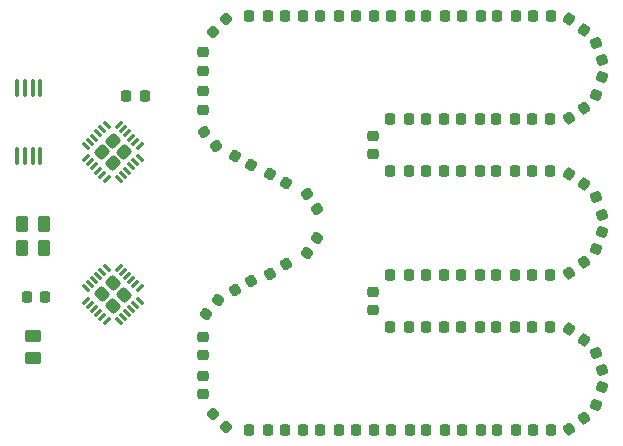
<source format=gtp>
G04 #@! TF.GenerationSoftware,KiCad,Pcbnew,8.0.1*
G04 #@! TF.CreationDate,2024-04-18T14:37:45+01:00*
G04 #@! TF.ProjectId,makerspace-badge,6d616b65-7273-4706-9163-652d62616467,rev?*
G04 #@! TF.SameCoordinates,Original*
G04 #@! TF.FileFunction,Paste,Top*
G04 #@! TF.FilePolarity,Positive*
%FSLAX46Y46*%
G04 Gerber Fmt 4.6, Leading zero omitted, Abs format (unit mm)*
G04 Created by KiCad (PCBNEW 8.0.1) date 2024-04-18 14:37:45*
%MOMM*%
%LPD*%
G01*
G04 APERTURE LIST*
G04 Aperture macros list*
%AMRoundRect*
0 Rectangle with rounded corners*
0 $1 Rounding radius*
0 $2 $3 $4 $5 $6 $7 $8 $9 X,Y pos of 4 corners*
0 Add a 4 corners polygon primitive as box body*
4,1,4,$2,$3,$4,$5,$6,$7,$8,$9,$2,$3,0*
0 Add four circle primitives for the rounded corners*
1,1,$1+$1,$2,$3*
1,1,$1+$1,$4,$5*
1,1,$1+$1,$6,$7*
1,1,$1+$1,$8,$9*
0 Add four rect primitives between the rounded corners*
20,1,$1+$1,$2,$3,$4,$5,0*
20,1,$1+$1,$4,$5,$6,$7,0*
20,1,$1+$1,$6,$7,$8,$9,0*
20,1,$1+$1,$8,$9,$2,$3,0*%
G04 Aperture macros list end*
%ADD10RoundRect,0.218750X0.317568X0.112544X-0.061318X0.331294X-0.317568X-0.112544X0.061318X-0.331294X0*%
%ADD11RoundRect,0.218750X0.218750X0.256250X-0.218750X0.256250X-0.218750X-0.256250X0.218750X-0.256250X0*%
%ADD12RoundRect,0.218750X-0.218750X-0.256250X0.218750X-0.256250X0.218750X0.256250X-0.218750X0.256250X0*%
%ADD13RoundRect,0.250000X0.403051X-0.014142X-0.014142X0.403051X-0.403051X0.014142X0.014142X-0.403051X0*%
%ADD14RoundRect,0.062500X0.282843X-0.194454X-0.194454X0.282843X-0.282843X0.194454X0.194454X-0.282843X0*%
%ADD15RoundRect,0.062500X0.282843X0.194454X0.194454X0.282843X-0.282843X-0.194454X-0.194454X-0.282843X0*%
%ADD16RoundRect,0.218750X0.315613X-0.117915X0.165979X0.293200X-0.315613X0.117915X-0.165979X-0.293200X0*%
%ADD17RoundRect,0.218750X0.256250X-0.218750X0.256250X0.218750X-0.256250X0.218750X-0.256250X-0.218750X0*%
%ADD18RoundRect,0.218750X-0.165979X0.293200X-0.315613X-0.117915X0.165979X-0.293200X0.315613X0.117915X0*%
%ADD19RoundRect,0.250000X-0.262500X-0.450000X0.262500X-0.450000X0.262500X0.450000X-0.262500X0.450000X0*%
%ADD20RoundRect,0.218750X-0.335378X0.032211X-0.084438X-0.326168X0.335378X-0.032211X0.084438X0.326168X0*%
%ADD21RoundRect,0.218750X0.336909X-0.002858X0.055689X0.332287X-0.336909X0.002858X-0.055689X-0.332287X0*%
%ADD22RoundRect,0.100000X-0.100000X0.637500X-0.100000X-0.637500X0.100000X-0.637500X0.100000X0.637500X0*%
%ADD23RoundRect,0.225000X-0.225000X-0.250000X0.225000X-0.250000X0.225000X0.250000X-0.225000X0.250000X0*%
%ADD24RoundRect,0.218750X-0.256250X0.218750X-0.256250X-0.218750X0.256250X-0.218750X0.256250X0.218750X0*%
%ADD25RoundRect,0.218750X-0.326168X-0.084438X0.032211X-0.335378X0.326168X0.084438X-0.032211X0.335378X0*%
%ADD26RoundRect,0.250000X0.450000X-0.262500X0.450000X0.262500X-0.450000X0.262500X-0.450000X-0.262500X0*%
%ADD27RoundRect,0.218750X-0.061318X-0.331294X0.317568X-0.112544X0.061318X0.331294X-0.317568X0.112544X0*%
%ADD28RoundRect,0.218750X-0.026517X0.335876X-0.335876X0.026517X0.026517X-0.335876X0.335876X-0.026517X0*%
%ADD29RoundRect,0.225000X0.225000X0.250000X-0.225000X0.250000X-0.225000X-0.250000X0.225000X-0.250000X0*%
%ADD30RoundRect,0.218750X0.061318X0.331294X-0.317568X0.112544X-0.061318X-0.331294X0.317568X-0.112544X0*%
%ADD31RoundRect,0.218750X0.084438X-0.326168X0.335378X0.032211X-0.084438X0.326168X-0.335378X-0.032211X0*%
%ADD32RoundRect,0.218750X-0.032211X-0.335378X0.326168X-0.084438X0.032211X0.335378X-0.326168X0.084438X0*%
%ADD33RoundRect,0.250000X-0.014142X-0.403051X0.403051X0.014142X0.014142X0.403051X-0.403051X-0.014142X0*%
%ADD34RoundRect,0.062500X-0.194454X-0.282843X0.282843X0.194454X0.194454X0.282843X-0.282843X-0.194454X0*%
%ADD35RoundRect,0.062500X0.194454X-0.282843X0.282843X-0.194454X-0.194454X0.282843X-0.282843X0.194454X0*%
%ADD36RoundRect,0.218750X-0.317568X-0.112544X0.061318X-0.331294X0.317568X0.112544X-0.061318X0.331294X0*%
%ADD37RoundRect,0.218750X-0.055689X0.332287X-0.336909X-0.002858X0.055689X-0.332287X0.336909X0.002858X0*%
%ADD38RoundRect,0.218750X0.335876X0.026517X0.026517X0.335876X-0.335876X-0.026517X-0.026517X-0.335876X0*%
G04 APERTURE END LIST*
D10*
X129581995Y-96593750D03*
X128218005Y-95806250D03*
D11*
X143075000Y-82500000D03*
X141500000Y-82500000D03*
D12*
X147425000Y-108800000D03*
X149000000Y-108800000D03*
D11*
X152000000Y-91200000D03*
X150425000Y-91200000D03*
X134075000Y-117500000D03*
X132500000Y-117500000D03*
X146000000Y-95600000D03*
X144425000Y-95600000D03*
D13*
X114952678Y-106981916D03*
X115871916Y-106062678D03*
X113998084Y-106027322D03*
X114917322Y-105108084D03*
D14*
X115447652Y-108325419D03*
X115801206Y-107971866D03*
X116154759Y-107618313D03*
X116508313Y-107264759D03*
X116861866Y-106911206D03*
X117215419Y-106557652D03*
D15*
X117215419Y-105532348D03*
X116861866Y-105178794D03*
X116508313Y-104825241D03*
X116154759Y-104471687D03*
X115801206Y-104118134D03*
X115447652Y-103764581D03*
D14*
X114422348Y-103764581D03*
X114068794Y-104118134D03*
X113715241Y-104471687D03*
X113361687Y-104825241D03*
X113008134Y-105178794D03*
X112654581Y-105532348D03*
D15*
X112654581Y-106557652D03*
X113008134Y-106911206D03*
X113361687Y-107264759D03*
X113715241Y-107618313D03*
X114068794Y-107971866D03*
X114422348Y-108325419D03*
D16*
X156352341Y-86211008D03*
X155813659Y-84730992D03*
D17*
X137000000Y-94175000D03*
X137000000Y-92600000D03*
D11*
X152000000Y-108800000D03*
X150425000Y-108800000D03*
D18*
X156362424Y-113884684D03*
X155823742Y-115364700D03*
D11*
X152000000Y-104400000D03*
X150425000Y-104400000D03*
D19*
X107291500Y-100076000D03*
X109116500Y-100076000D03*
D17*
X122600000Y-111187500D03*
X122600000Y-109612500D03*
D12*
X144500000Y-117500000D03*
X146075000Y-117500000D03*
X135500000Y-82500000D03*
X137075000Y-82500000D03*
D18*
X156352341Y-100732992D03*
X155813659Y-102213008D03*
D20*
X131348309Y-97554918D03*
X132251691Y-98845082D03*
D21*
X123706195Y-93503260D03*
X122693805Y-92296740D03*
D12*
X147425000Y-104400000D03*
X149000000Y-104400000D03*
D22*
X108798000Y-88575000D03*
X108148000Y-88575000D03*
X107498000Y-88575000D03*
X106848000Y-88575000D03*
X106848000Y-94300000D03*
X107498000Y-94300000D03*
X108148000Y-94300000D03*
X108798000Y-94300000D03*
D11*
X152000000Y-95600000D03*
X150425000Y-95600000D03*
D12*
X147500000Y-117500000D03*
X149075000Y-117500000D03*
X141425000Y-95600000D03*
X143000000Y-95600000D03*
D23*
X116078000Y-89281000D03*
X117628000Y-89281000D03*
D11*
X140000000Y-108800000D03*
X138425000Y-108800000D03*
X140000000Y-95600000D03*
X138425000Y-95600000D03*
X146000000Y-91200000D03*
X144425000Y-91200000D03*
D24*
X122600000Y-88812500D03*
X122600000Y-90387500D03*
D25*
X153532917Y-95814308D03*
X154823083Y-96717692D03*
D11*
X152075000Y-82500000D03*
X150500000Y-82500000D03*
D17*
X137000000Y-107375000D03*
X137000000Y-105800000D03*
D25*
X153543000Y-108966000D03*
X154833166Y-109869384D03*
D26*
X108204000Y-111402500D03*
X108204000Y-109577500D03*
D27*
X125318005Y-105687501D03*
X126681995Y-104900001D03*
D12*
X147425000Y-95600000D03*
X149000000Y-95600000D03*
D25*
X153532917Y-82733308D03*
X154823083Y-83636692D03*
D12*
X126500000Y-82500000D03*
X128075000Y-82500000D03*
D28*
X124556847Y-82743153D03*
X123443153Y-83856847D03*
D17*
X122600000Y-87087500D03*
X122600000Y-85512500D03*
D11*
X146000000Y-104400000D03*
X144425000Y-104400000D03*
D29*
X109220000Y-106299000D03*
X107670000Y-106299000D03*
D12*
X129500000Y-117500000D03*
X131075000Y-117500000D03*
D19*
X107291500Y-102108000D03*
X109116500Y-102108000D03*
D11*
X140000000Y-91200000D03*
X138425000Y-91200000D03*
D12*
X141425000Y-104400000D03*
X143000000Y-104400000D03*
D30*
X129581995Y-103506250D03*
X128218005Y-104293750D03*
D31*
X131348309Y-102545082D03*
X132251691Y-101254918D03*
D11*
X140000000Y-104400000D03*
X138425000Y-104400000D03*
D32*
X153532917Y-91129692D03*
X154823083Y-90226308D03*
D12*
X138500000Y-82500000D03*
X140075000Y-82500000D03*
X144500000Y-82500000D03*
X146075000Y-82500000D03*
D16*
X156352341Y-99292008D03*
X155813659Y-97811992D03*
X156362424Y-112443700D03*
X155823742Y-110963684D03*
D11*
X143075000Y-117500000D03*
X141500000Y-117500000D03*
D24*
X122600000Y-112912500D03*
X122600000Y-114487500D03*
D33*
X113998084Y-93997678D03*
X114917322Y-94916916D03*
X114952678Y-93043084D03*
X115871916Y-93962322D03*
D34*
X112654581Y-94492652D03*
X113008134Y-94846206D03*
X113361687Y-95199759D03*
X113715241Y-95553313D03*
X114068794Y-95906866D03*
X114422348Y-96260419D03*
D35*
X115447652Y-96260419D03*
X115801206Y-95906866D03*
X116154759Y-95553313D03*
X116508313Y-95199759D03*
X116861866Y-94846206D03*
X117215419Y-94492652D03*
D34*
X117215419Y-93467348D03*
X116861866Y-93113794D03*
X116508313Y-92760241D03*
X116154759Y-92406687D03*
X115801206Y-92053134D03*
X115447652Y-91699581D03*
D35*
X114422348Y-91699581D03*
X114068794Y-92053134D03*
X113715241Y-92406687D03*
X113361687Y-92760241D03*
X113008134Y-93113794D03*
X112654581Y-93467348D03*
D36*
X125318005Y-94306250D03*
X126681995Y-95093750D03*
D12*
X135500000Y-117500000D03*
X137075000Y-117500000D03*
D37*
X123806195Y-106496740D03*
X122793805Y-107703260D03*
D32*
X153532917Y-104210692D03*
X154823083Y-103307308D03*
D12*
X129500000Y-82500000D03*
X131075000Y-82500000D03*
D11*
X134075000Y-82500000D03*
X132500000Y-82500000D03*
D32*
X153532917Y-117418692D03*
X154823083Y-116515308D03*
D12*
X138500000Y-117500000D03*
X140075000Y-117500000D03*
D11*
X152075000Y-117500000D03*
X150500000Y-117500000D03*
X146000000Y-108800000D03*
X144425000Y-108800000D03*
D12*
X147500000Y-82500000D03*
X149075000Y-82500000D03*
X141425000Y-108800000D03*
X143000000Y-108800000D03*
X147425000Y-91200000D03*
X149000000Y-91200000D03*
D18*
X156352341Y-87651992D03*
X155813659Y-89132008D03*
D12*
X126500000Y-117500000D03*
X128075000Y-117500000D03*
D38*
X124556847Y-117256847D03*
X123443153Y-116143153D03*
D12*
X141425000Y-91200000D03*
X143000000Y-91200000D03*
M02*

</source>
